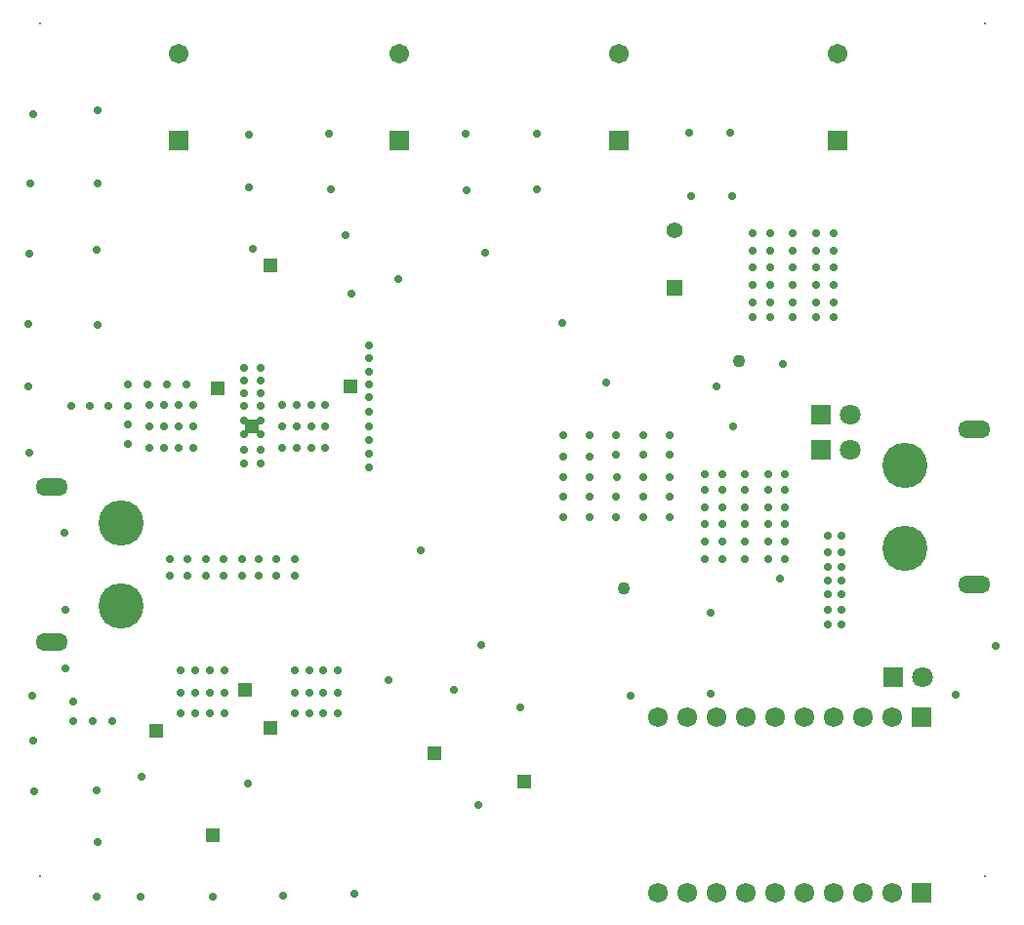
<source format=gbs>
G04*
G04 #@! TF.GenerationSoftware,Altium Limited,Altium Designer,21.6.4 (81)*
G04*
G04 Layer_Color=16711935*
%FSLAX44Y44*%
%MOMM*%
G71*
G04*
G04 #@! TF.SameCoordinates,3C3A1148-CEAA-43B7-A459-4803B486FB21*
G04*
G04*
G04 #@! TF.FilePolarity,Negative*
G04*
G01*
G75*
%ADD76C,1.7032*%
%ADD77R,1.7032X1.7032*%
%ADD78R,1.4032X1.4032*%
%ADD79C,1.4032*%
%ADD80O,2.8032X1.5032*%
%ADD81C,3.9192*%
%ADD82C,1.8032*%
%ADD83R,1.8032X1.8032*%
%ADD84C,0.2000*%
%ADD85C,1.7232*%
%ADD86R,1.7232X1.7232*%
%ADD87C,0.7016*%
%ADD88C,1.1016*%
%ADD118R,1.2032X1.2032*%
%ADD119R,1.2032X1.2032*%
D76*
X150000Y743000D02*
D03*
X342000D02*
D03*
X532000D02*
D03*
X722000D02*
D03*
D77*
X150000Y668000D02*
D03*
X342000D02*
D03*
X532000D02*
D03*
X722000D02*
D03*
D78*
X580000Y540000D02*
D03*
D79*
Y590000D02*
D03*
D80*
X840000Y417500D02*
D03*
Y282500D02*
D03*
X40000Y232500D02*
D03*
Y367500D02*
D03*
D81*
X780000Y386000D02*
D03*
Y314000D02*
D03*
X100000Y264000D02*
D03*
Y336000D02*
D03*
D82*
X795700Y202000D02*
D03*
X732700Y430000D02*
D03*
Y400000D02*
D03*
D83*
X770300Y202000D02*
D03*
X707300Y430000D02*
D03*
Y400000D02*
D03*
D84*
X30000Y30000D02*
D03*
Y770000D02*
D03*
X850000D02*
D03*
Y30000D02*
D03*
D85*
X641900Y15000D02*
D03*
X743500D02*
D03*
X768900D02*
D03*
X718100D02*
D03*
X692700D02*
D03*
X667300D02*
D03*
X616500D02*
D03*
X591100D02*
D03*
X565700D02*
D03*
X641900Y167400D02*
D03*
X743500D02*
D03*
X768900D02*
D03*
X718100D02*
D03*
X692700D02*
D03*
X667300D02*
D03*
X616500D02*
D03*
X591100D02*
D03*
X565700D02*
D03*
D86*
X794300Y15000D02*
D03*
Y167400D02*
D03*
D87*
X725000Y325000D02*
D03*
Y298000D02*
D03*
Y286000D02*
D03*
Y261000D02*
D03*
Y274000D02*
D03*
Y248000D02*
D03*
Y311000D02*
D03*
X713000D02*
D03*
Y274000D02*
D03*
Y248000D02*
D03*
Y261000D02*
D03*
Y286000D02*
D03*
Y298000D02*
D03*
Y325000D02*
D03*
X80000Y508000D02*
D03*
X79000Y573000D02*
D03*
X80000Y631000D02*
D03*
Y694000D02*
D03*
X24000Y691000D02*
D03*
X22000Y631000D02*
D03*
X21000Y570000D02*
D03*
X20000Y509000D02*
D03*
Y455000D02*
D03*
X21000Y397000D02*
D03*
X51000Y328000D02*
D03*
X52000Y261000D02*
D03*
Y210000D02*
D03*
X23000Y186000D02*
D03*
X24000Y147000D02*
D03*
X25000Y103000D02*
D03*
X79000Y104000D02*
D03*
X80000Y59000D02*
D03*
X79000Y12000D02*
D03*
X117000D02*
D03*
X180000D02*
D03*
X241000Y13000D02*
D03*
X303000Y14000D02*
D03*
X137707Y438250D02*
D03*
X150163D02*
D03*
X162620D02*
D03*
X125250D02*
D03*
X150163Y420000D02*
D03*
X137707D02*
D03*
X162620D02*
D03*
X125250D02*
D03*
X162620Y400950D02*
D03*
X150163D02*
D03*
X137707D02*
D03*
X125250D02*
D03*
X288380Y208050D02*
D03*
X275923D02*
D03*
X263467D02*
D03*
X251010D02*
D03*
X288380Y189000D02*
D03*
X251010D02*
D03*
X275923D02*
D03*
X263467D02*
D03*
X288380Y170750D02*
D03*
X251010D02*
D03*
X263467D02*
D03*
X275923D02*
D03*
X252707Y438250D02*
D03*
X265163D02*
D03*
X277620D02*
D03*
X240250D02*
D03*
X265163Y420000D02*
D03*
X252707D02*
D03*
X277620D02*
D03*
X240250D02*
D03*
X277620Y400950D02*
D03*
X265163D02*
D03*
X252707D02*
D03*
X240250D02*
D03*
X189750Y208050D02*
D03*
X177293D02*
D03*
X164837D02*
D03*
X152380D02*
D03*
X189750Y189000D02*
D03*
X152380D02*
D03*
X177293D02*
D03*
X164837D02*
D03*
X189750Y170750D02*
D03*
X152380D02*
D03*
X164837D02*
D03*
X177293D02*
D03*
X208000Y191000D02*
D03*
X230000Y560000D02*
D03*
X299000Y455000D02*
D03*
X184000Y453000D02*
D03*
X450000Y112000D02*
D03*
X372000Y136000D02*
D03*
X230000Y157000D02*
D03*
X131000Y156000D02*
D03*
X612000Y258000D02*
D03*
X672000Y288000D02*
D03*
X630000Y620000D02*
D03*
X629000Y675000D02*
D03*
X595000Y620000D02*
D03*
X593000Y675000D02*
D03*
X461000Y626000D02*
D03*
Y674000D02*
D03*
X400000Y625000D02*
D03*
X399000Y674000D02*
D03*
X282000Y626000D02*
D03*
X281000Y674000D02*
D03*
X211000Y627000D02*
D03*
Y673000D02*
D03*
X648057Y587493D02*
D03*
X663057D02*
D03*
X683057D02*
D03*
X703057D02*
D03*
X718057D02*
D03*
X648057Y572493D02*
D03*
X663057D02*
D03*
X683057D02*
D03*
X703057D02*
D03*
X718057D02*
D03*
X648057Y557493D02*
D03*
X663057D02*
D03*
X683057D02*
D03*
X703057D02*
D03*
X718057D02*
D03*
X648057Y542493D02*
D03*
X663057D02*
D03*
X683057D02*
D03*
X703057D02*
D03*
X718057D02*
D03*
X648057Y527493D02*
D03*
X663057D02*
D03*
X683057D02*
D03*
X703057D02*
D03*
X718057D02*
D03*
X648057Y514493D02*
D03*
X663057D02*
D03*
X683057D02*
D03*
X703057D02*
D03*
X718057D02*
D03*
X676458Y305000D02*
D03*
X661458D02*
D03*
X641458D02*
D03*
X621457D02*
D03*
X606457D02*
D03*
X676458Y320000D02*
D03*
X661458D02*
D03*
X641458D02*
D03*
X621457D02*
D03*
X606457D02*
D03*
X676458Y335000D02*
D03*
X661458D02*
D03*
X641458D02*
D03*
X621457D02*
D03*
X606457D02*
D03*
X676458Y350000D02*
D03*
X661458D02*
D03*
X641458D02*
D03*
X621457D02*
D03*
X606457D02*
D03*
X676458Y365000D02*
D03*
X661458D02*
D03*
X641458D02*
D03*
X621457D02*
D03*
X606457D02*
D03*
X676458Y378000D02*
D03*
X661458D02*
D03*
X641458D02*
D03*
X621457D02*
D03*
X606457D02*
D03*
X118000Y116000D02*
D03*
X180000Y66000D02*
D03*
X210000Y110000D02*
D03*
X93000Y164000D02*
D03*
X76000D02*
D03*
X59000D02*
D03*
Y181000D02*
D03*
X157000Y456000D02*
D03*
X140000D02*
D03*
X123000D02*
D03*
X106000Y405000D02*
D03*
Y422000D02*
D03*
Y456000D02*
D03*
Y438000D02*
D03*
X89000D02*
D03*
X73000D02*
D03*
X57000D02*
D03*
X315000Y490000D02*
D03*
Y479000D02*
D03*
Y467000D02*
D03*
Y456000D02*
D03*
Y445000D02*
D03*
Y384000D02*
D03*
Y396000D02*
D03*
Y408000D02*
D03*
Y420000D02*
D03*
Y433000D02*
D03*
X341000Y548000D02*
D03*
X295000Y585770D02*
D03*
X215000Y574000D02*
D03*
X143000Y290000D02*
D03*
X158000D02*
D03*
X174000D02*
D03*
X189000D02*
D03*
X205000D02*
D03*
X220000D02*
D03*
X235000D02*
D03*
X251000D02*
D03*
Y305000D02*
D03*
X235000D02*
D03*
X220000D02*
D03*
X205000D02*
D03*
X189000D02*
D03*
X174000D02*
D03*
X158000D02*
D03*
X143000D02*
D03*
X221000Y471000D02*
D03*
X207000D02*
D03*
X221000Y460000D02*
D03*
X207000D02*
D03*
X221000Y449000D02*
D03*
X207000D02*
D03*
X221000Y388000D02*
D03*
X207000D02*
D03*
X221000Y400000D02*
D03*
X207000D02*
D03*
X221000Y413000D02*
D03*
X207000D02*
D03*
X221000Y425000D02*
D03*
X207000D02*
D03*
X221000Y438000D02*
D03*
X207000D02*
D03*
X300250Y534750D02*
D03*
X617000Y455000D02*
D03*
X410000Y91000D02*
D03*
X447000Y176000D02*
D03*
X332000Y200000D02*
D03*
X824000Y187000D02*
D03*
X612000Y188000D02*
D03*
X542000Y186000D02*
D03*
X389000Y191000D02*
D03*
X360000Y312000D02*
D03*
X413000Y230000D02*
D03*
X576000Y341000D02*
D03*
Y359000D02*
D03*
Y376000D02*
D03*
Y395000D02*
D03*
X553000Y341000D02*
D03*
Y359000D02*
D03*
Y376000D02*
D03*
Y395000D02*
D03*
X530000Y341000D02*
D03*
Y359000D02*
D03*
X530322Y376000D02*
D03*
X530000Y395000D02*
D03*
X507000Y341000D02*
D03*
Y359000D02*
D03*
Y376000D02*
D03*
Y394000D02*
D03*
X484000Y341000D02*
D03*
Y359000D02*
D03*
Y376000D02*
D03*
Y394000D02*
D03*
X553000Y412000D02*
D03*
X576000D02*
D03*
X484000D02*
D03*
X530000D02*
D03*
X507000D02*
D03*
X521287Y458000D02*
D03*
X483000Y510000D02*
D03*
X416000Y571000D02*
D03*
X859000Y229000D02*
D03*
X674000Y474000D02*
D03*
X631000Y420000D02*
D03*
D88*
X536000Y279000D02*
D03*
X636000Y477000D02*
D03*
D118*
X214000Y420000D02*
D03*
X230000Y158000D02*
D03*
X184000Y453000D02*
D03*
X208000Y191000D02*
D03*
X372000Y136000D02*
D03*
X450000Y112000D02*
D03*
X131000Y156000D02*
D03*
X299000Y455000D02*
D03*
X180000Y65000D02*
D03*
D119*
X230000Y560000D02*
D03*
M02*

</source>
